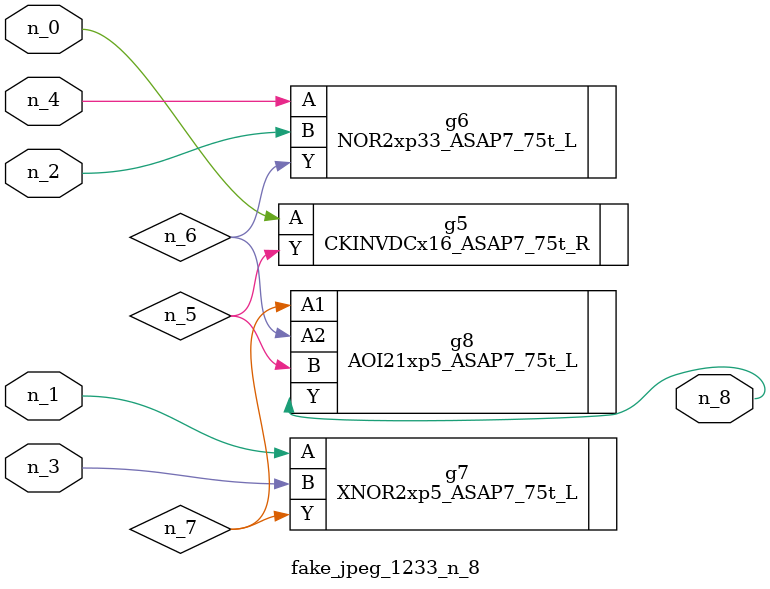
<source format=v>
module fake_jpeg_1233_n_8 (n_3, n_2, n_1, n_0, n_4, n_8);

input n_3;
input n_2;
input n_1;
input n_0;
input n_4;

output n_8;

wire n_6;
wire n_5;
wire n_7;

CKINVDCx16_ASAP7_75t_R g5 ( 
.A(n_0),
.Y(n_5)
);

NOR2xp33_ASAP7_75t_L g6 ( 
.A(n_4),
.B(n_2),
.Y(n_6)
);

XNOR2xp5_ASAP7_75t_L g7 ( 
.A(n_1),
.B(n_3),
.Y(n_7)
);

AOI21xp5_ASAP7_75t_L g8 ( 
.A1(n_7),
.A2(n_6),
.B(n_5),
.Y(n_8)
);


endmodule
</source>
